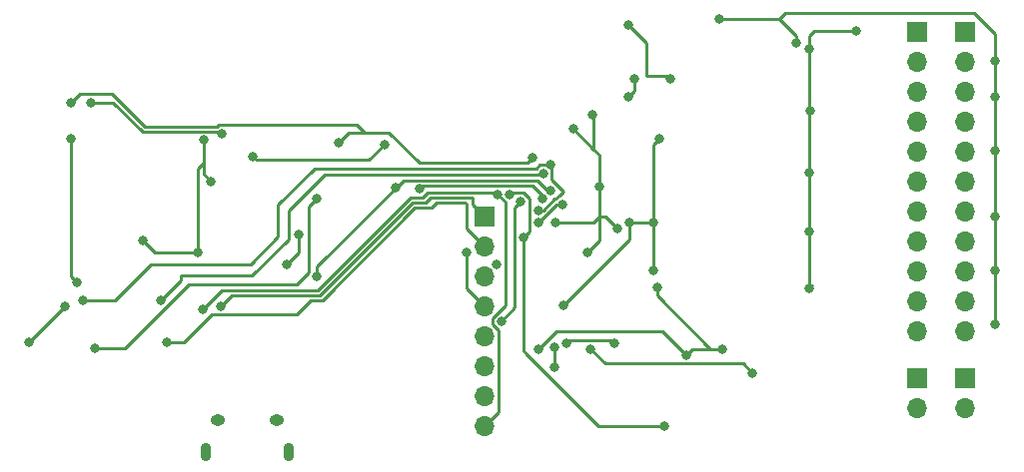
<source format=gbr>
%TF.GenerationSoftware,KiCad,Pcbnew,7.0.2-0*%
%TF.CreationDate,2024-01-09T14:06:18-05:00*%
%TF.ProjectId,Monolith,4d6f6e6f-6c69-4746-982e-6b696361645f,rev?*%
%TF.SameCoordinates,Original*%
%TF.FileFunction,Copper,L2,Bot*%
%TF.FilePolarity,Positive*%
%FSLAX46Y46*%
G04 Gerber Fmt 4.6, Leading zero omitted, Abs format (unit mm)*
G04 Created by KiCad (PCBNEW 7.0.2-0) date 2024-01-09 14:06:18*
%MOMM*%
%LPD*%
G01*
G04 APERTURE LIST*
%TA.AperFunction,ComponentPad*%
%ADD10R,1.700000X1.700000*%
%TD*%
%TA.AperFunction,ComponentPad*%
%ADD11O,1.700000X1.700000*%
%TD*%
%TA.AperFunction,ComponentPad*%
%ADD12O,0.890000X1.550000*%
%TD*%
%TA.AperFunction,ComponentPad*%
%ADD13O,1.250000X0.950000*%
%TD*%
%TA.AperFunction,ViaPad*%
%ADD14C,0.800000*%
%TD*%
%TA.AperFunction,Conductor*%
%ADD15C,0.250000*%
%TD*%
G04 APERTURE END LIST*
D10*
%TO.P,J7,1,Pin_1*%
%TO.N,/DIN*%
X218948000Y-142748000D03*
D11*
%TO.P,J7,2,Pin_2*%
%TO.N,/DOUT*%
X218948000Y-145288000D03*
%TO.P,J7,3,Pin_3*%
%TO.N,+3V3*%
X218948000Y-147828000D03*
%TO.P,J7,4,Pin_4*%
%TO.N,/GPIO1*%
X218948000Y-150368000D03*
%TO.P,J7,5,Pin_5*%
%TO.N,/CS*%
X218948000Y-152908000D03*
%TO.P,J7,6,Pin_6*%
%TO.N,GND*%
X218948000Y-155448000D03*
%TO.P,J7,7,Pin_7*%
%TO.N,/DRDY*%
X218948000Y-157988000D03*
%TO.P,J7,8,Pin_8*%
%TO.N,/SCLK*%
X218948000Y-160528000D03*
%TD*%
D10*
%TO.P,J2,1,Pin_1*%
%TO.N,/AGND*%
X255616000Y-127092000D03*
D11*
%TO.P,J2,2,Pin_2*%
%TO.N,/BIAS*%
X255616000Y-129632000D03*
%TO.P,J2,3,Pin_3*%
%TO.N,/1N*%
X255616000Y-132172000D03*
%TO.P,J2,4,Pin_4*%
%TO.N,/2N*%
X255616000Y-134712000D03*
%TO.P,J2,5,Pin_5*%
%TO.N,/3N*%
X255616000Y-137252000D03*
%TO.P,J2,6,Pin_6*%
%TO.N,/4N*%
X255616000Y-139792000D03*
%TO.P,J2,7,Pin_7*%
%TO.N,/5N*%
X255616000Y-142332000D03*
%TO.P,J2,8,Pin_8*%
%TO.N,/6N*%
X255616000Y-144872000D03*
%TO.P,J2,9,Pin_9*%
%TO.N,/7N*%
X255616000Y-147412000D03*
%TO.P,J2,10,Pin_10*%
%TO.N,/8N*%
X255616000Y-149952000D03*
%TO.P,J2,11,Pin_11*%
%TO.N,/SRB1*%
X255616000Y-152492000D03*
%TD*%
D12*
%TO.P,J1,6,Shield*%
%TO.N,GND*%
X195352000Y-162720000D03*
D13*
X196352000Y-160020000D03*
X201352000Y-160020000D03*
D12*
X202352000Y-162720000D03*
%TD*%
D10*
%TO.P,J3,1,Pin_1*%
%TO.N,/AGND*%
X259680000Y-127092000D03*
D11*
%TO.P,J3,2,Pin_2*%
%TO.N,/BIAS*%
X259680000Y-129632000D03*
%TO.P,J3,3,Pin_3*%
%TO.N,/1P*%
X259680000Y-132172000D03*
%TO.P,J3,4,Pin_4*%
%TO.N,/2P*%
X259680000Y-134712000D03*
%TO.P,J3,5,Pin_5*%
%TO.N,/3P*%
X259680000Y-137252000D03*
%TO.P,J3,6,Pin_6*%
%TO.N,/4P*%
X259680000Y-139792000D03*
%TO.P,J3,7,Pin_7*%
%TO.N,/5P*%
X259680000Y-142332000D03*
%TO.P,J3,8,Pin_8*%
%TO.N,/6P*%
X259680000Y-144872000D03*
%TO.P,J3,9,Pin_9*%
%TO.N,/7P*%
X259680000Y-147412000D03*
%TO.P,J3,10,Pin_10*%
%TO.N,/8P*%
X259680000Y-149952000D03*
%TO.P,J3,11,Pin_11*%
%TO.N,/SRB2*%
X259680000Y-152492000D03*
%TD*%
D10*
%TO.P,J5,1,Pin_1*%
%TO.N,/AVSS*%
X255616000Y-156464000D03*
D11*
%TO.P,J5,2,Pin_2*%
X255616000Y-159004000D03*
%TD*%
D10*
%TO.P,J4,1,Pin_1*%
%TO.N,/AVDD*%
X259680000Y-156464000D03*
D11*
%TO.P,J4,2,Pin_2*%
X259680000Y-159004000D03*
%TD*%
D14*
%TO.N,GNDA*%
X245364000Y-128016000D03*
X262220000Y-132588000D03*
X225911000Y-153492000D03*
X229975000Y-153492000D03*
X224895000Y-155524000D03*
X262220000Y-129540000D03*
X262220000Y-147320000D03*
X262220000Y-151892000D03*
X262220000Y-137160000D03*
X224895000Y-153843500D03*
X238852000Y-125984000D03*
X262220000Y-142748000D03*
%TO.N,/INSRB1*%
X246471999Y-139030001D03*
X246472000Y-148844000D03*
X246509472Y-133765972D03*
X246488690Y-144070842D03*
X250444000Y-127000000D03*
X246472000Y-128524000D03*
%TO.N,Net-(U1-VCAP1)*%
X231140000Y-132588000D03*
X231648000Y-131064000D03*
%TO.N,/AVSS*%
X231140000Y-126518150D03*
X234696000Y-131064000D03*
%TO.N,+3V3*%
X222212500Y-144581408D03*
X183896000Y-133096000D03*
X223520000Y-154000000D03*
X234188000Y-160528000D03*
X233555500Y-148768500D03*
X236071000Y-154508000D03*
X219972953Y-146820953D03*
X204724000Y-141224000D03*
X221065511Y-140874500D03*
X223012000Y-137802378D03*
X239119000Y-154000000D03*
X185928000Y-153924000D03*
X206533217Y-136500256D03*
%TO.N,GND*%
X228689500Y-140208000D03*
X189992000Y-144780000D03*
X226456230Y-135331769D03*
X224946851Y-143296550D03*
X195770852Y-139786374D03*
X228092000Y-134112000D03*
X211428000Y-140319973D03*
X204724000Y-147828000D03*
X224534834Y-140557500D03*
X227676000Y-145796000D03*
X195138680Y-136295155D03*
X194596352Y-145796000D03*
X230216000Y-143764000D03*
%TO.N,/DIN*%
X196596000Y-150368000D03*
%TO.N,/CS*%
X223893966Y-139166473D03*
X221996000Y-141515500D03*
X220364333Y-151638000D03*
X191516000Y-149860000D03*
%TO.N,/DOUT*%
X225552000Y-141732000D03*
X192019701Y-153411701D03*
X223520000Y-143256000D03*
%TO.N,/DRDY*%
X223839507Y-141275499D03*
X185553473Y-133096000D03*
X199312451Y-137668000D03*
X210445473Y-136652000D03*
X213412951Y-140424500D03*
X196682322Y-135713616D03*
X183896000Y-136144000D03*
X184404000Y-148336000D03*
%TO.N,/AVDD*%
X225617550Y-150335469D03*
X233264000Y-143256000D03*
X233772000Y-136144000D03*
X231189500Y-143256000D03*
X241659000Y-156032000D03*
X227943000Y-154000000D03*
X233264000Y-147320000D03*
%TO.N,Net-(U12-GPIO0{slash}BOOT)*%
X180340000Y-153416000D03*
X183383701Y-150363701D03*
%TO.N,VBUS*%
X203200000Y-144272000D03*
X202184000Y-146812000D03*
%TO.N,/GPIO1*%
X184912000Y-149860000D03*
X217424000Y-145796000D03*
X224536500Y-138400868D03*
X223515701Y-142235701D03*
%TO.N,/SCLK*%
X195072000Y-150618000D03*
X220040494Y-140874500D03*
%TD*%
D15*
%TO.N,GNDA*%
X262220000Y-147320000D02*
X262220000Y-151892000D01*
X243932000Y-125984000D02*
X238852000Y-125984000D01*
X262220000Y-132588000D02*
X262220000Y-137160000D01*
X262220000Y-137160000D02*
X262220000Y-142240000D01*
X244449000Y-125467000D02*
X243932000Y-125984000D01*
X229758000Y-153275000D02*
X229975000Y-153492000D01*
X224895000Y-155524000D02*
X224895000Y-153843500D01*
X262220000Y-129540000D02*
X262220000Y-132588000D01*
X262220000Y-129540000D02*
X262220000Y-127282000D01*
X245364000Y-127416000D02*
X243932000Y-125984000D01*
X262220000Y-142748000D02*
X262220000Y-147320000D01*
X226128000Y-153275000D02*
X229758000Y-153275000D01*
X225911000Y-153492000D02*
X226128000Y-153275000D01*
X260405000Y-125467000D02*
X244449000Y-125467000D01*
X245364000Y-128016000D02*
X245364000Y-127416000D01*
X262220000Y-127282000D02*
X260405000Y-125467000D01*
X262220000Y-142240000D02*
X262220000Y-142748000D01*
%TO.N,/INSRB1*%
X246488690Y-148827310D02*
X246472000Y-148844000D01*
X246689000Y-148627000D02*
X246472000Y-148844000D01*
X246471999Y-139030001D02*
X246471999Y-144054151D01*
X246472000Y-129032000D02*
X246472000Y-127416000D01*
X246472000Y-133803444D02*
X246509472Y-133765972D01*
X246471999Y-139030001D02*
X246472000Y-133803444D01*
X246488690Y-144070842D02*
X246488690Y-148827310D01*
X246888000Y-127000000D02*
X250444000Y-127000000D01*
X246472000Y-129032000D02*
X246472000Y-133728500D01*
X246472000Y-128524000D02*
X246472000Y-129032000D01*
X246471999Y-144054151D02*
X246488690Y-144070842D01*
X246472000Y-133728500D02*
X246509472Y-133765972D01*
X246472000Y-127416000D02*
X246888000Y-127000000D01*
%TO.N,Net-(U1-VCAP1)*%
X231648000Y-131064000D02*
X231648000Y-132080000D01*
X231648000Y-132080000D02*
X231140000Y-132588000D01*
%TO.N,/AVSS*%
X231140000Y-126518150D02*
X232664000Y-128042150D01*
X234504809Y-130872809D02*
X234696000Y-131064000D01*
X232664000Y-130872809D02*
X234504809Y-130872809D01*
X232664000Y-128042150D02*
X232664000Y-130872809D01*
%TO.N,+3V3*%
X208140616Y-134988616D02*
X196382017Y-134988616D01*
X188477305Y-153924000D02*
X185928000Y-153924000D01*
X184621000Y-132371000D02*
X183896000Y-133096000D01*
X196382017Y-134988616D02*
X196250478Y-135120155D01*
X239119000Y-154000000D02*
X238103000Y-154000000D01*
X221065511Y-140874500D02*
X221224011Y-140716000D01*
X225552000Y-152476000D02*
X225044000Y-152476000D01*
X225044000Y-152476000D02*
X223520000Y-154000000D01*
X213418000Y-138234000D02*
X210820000Y-135636000D01*
X210820000Y-135636000D02*
X208788000Y-135636000D01*
X233555500Y-149452500D02*
X238103000Y-154000000D01*
X190129223Y-135120155D02*
X187380068Y-132371000D01*
X208788000Y-135636000D02*
X207397473Y-135636000D01*
X193848305Y-148553000D02*
X188477305Y-153924000D01*
X222721000Y-141215195D02*
X222721000Y-144072908D01*
X221065511Y-140874500D02*
X221038000Y-140902011D01*
X187380068Y-132371000D02*
X184621000Y-132371000D01*
X222212500Y-154140500D02*
X222504000Y-154432000D01*
X221224011Y-140716000D02*
X222221805Y-140716000D01*
X196250478Y-135120155D02*
X190129223Y-135120155D01*
X236071000Y-154508000D02*
X234039000Y-152476000D01*
X233555500Y-148768500D02*
X233555500Y-149452500D01*
X207397473Y-135636000D02*
X206533217Y-136500256D01*
X202992305Y-148553000D02*
X193848305Y-148553000D01*
X234039000Y-152476000D02*
X225552000Y-152476000D01*
X222212500Y-144581408D02*
X222212500Y-154140500D01*
X222504000Y-154432000D02*
X228600000Y-160528000D01*
X222580378Y-138234000D02*
X213418000Y-138234000D01*
X204034079Y-141913921D02*
X204034079Y-147511226D01*
X204724000Y-141224000D02*
X204034079Y-141913921D01*
X222721000Y-144072908D02*
X222212500Y-144581408D01*
X208788000Y-135636000D02*
X208140616Y-134988616D01*
X238103000Y-154000000D02*
X236579000Y-154000000D01*
X223012000Y-137802378D02*
X222580378Y-138234000D01*
X219972953Y-146820953D02*
X220123000Y-146670906D01*
X228600000Y-160528000D02*
X234188000Y-160528000D01*
X204034079Y-147511226D02*
X202992305Y-148553000D01*
X222221805Y-140716000D02*
X222721000Y-141215195D01*
X236579000Y-154000000D02*
X236071000Y-154508000D01*
%TO.N,GND*%
X224946851Y-143296550D02*
X228143450Y-143296550D01*
X228692000Y-144780000D02*
X228692000Y-142748000D01*
X194596352Y-138718328D02*
X195138680Y-138176000D01*
X228689500Y-137565039D02*
X228689500Y-140208000D01*
X228143450Y-143296550D02*
X228692000Y-142748000D01*
X195770852Y-139786374D02*
X195138680Y-139154202D01*
X194596352Y-145796000D02*
X191008000Y-145796000D01*
X229200000Y-142748000D02*
X230216000Y-143764000D01*
X228692000Y-140208000D02*
X228689500Y-140208000D01*
X223402188Y-139700000D02*
X224259688Y-140557500D01*
X195138680Y-139154202D02*
X195138680Y-138176000D01*
X228188231Y-137063769D02*
X228689500Y-137565039D01*
X204724000Y-147023973D02*
X212047973Y-139700000D01*
X204724000Y-147828000D02*
X204724000Y-147023973D01*
X226456230Y-135331769D02*
X228188231Y-137063769D01*
X191008000Y-145796000D02*
X189992000Y-144780000D01*
X224259688Y-140557500D02*
X224534834Y-140557500D01*
X228692000Y-142748000D02*
X229200000Y-142748000D01*
X194596352Y-145796000D02*
X194596352Y-138718328D01*
X228188231Y-137063769D02*
X228188231Y-134208231D01*
X212047973Y-139700000D02*
X223402188Y-139700000D01*
X228692000Y-142748000D02*
X228692000Y-140208000D01*
X228188231Y-134208231D02*
X228092000Y-134112000D01*
X227676000Y-145796000D02*
X228692000Y-144780000D01*
X195138680Y-138176000D02*
X195138680Y-136295155D01*
%TO.N,/DIN*%
X212856104Y-141599500D02*
X205002604Y-149453000D01*
X214333152Y-141166000D02*
X213899652Y-141599500D01*
X218948000Y-142748000D02*
X217932000Y-141732000D01*
X217932000Y-141166000D02*
X214333152Y-141166000D01*
X217932000Y-141732000D02*
X217932000Y-141166000D01*
X213899652Y-141599500D02*
X212856104Y-141599500D01*
X197511000Y-149453000D02*
X196596000Y-150368000D01*
X205002604Y-149453000D02*
X197511000Y-149453000D01*
%TO.N,/CS*%
X193209636Y-147791837D02*
X199233310Y-147791837D01*
X221488000Y-150514333D02*
X220364333Y-151638000D01*
X221488000Y-142023500D02*
X221488000Y-150514333D01*
X205402810Y-139192000D02*
X202317473Y-142277337D01*
X202317473Y-142277337D02*
X202317473Y-144707674D01*
X221996000Y-141515500D02*
X221488000Y-142023500D01*
X193209636Y-148166364D02*
X193209636Y-147791837D01*
X191516000Y-149860000D02*
X193209636Y-148166364D01*
X202317473Y-144707674D02*
X199233310Y-147791837D01*
X223893966Y-139166473D02*
X223868439Y-139192000D01*
X223868439Y-139192000D02*
X205402810Y-139192000D01*
%TO.N,/DOUT*%
X217308000Y-141616000D02*
X214884000Y-141616000D01*
X214884000Y-141616000D02*
X214450500Y-142049500D01*
X193478298Y-153411701D02*
X192019701Y-153411701D01*
X213042500Y-142049500D02*
X205189000Y-149903000D01*
X217424000Y-143764000D02*
X217424000Y-141732000D01*
X205189000Y-149903000D02*
X204216000Y-149903000D01*
X195796999Y-151093000D02*
X193478298Y-153411701D01*
X214450500Y-142049500D02*
X213042500Y-142049500D01*
X225044000Y-141732000D02*
X225552000Y-141732000D01*
X204216000Y-149903000D02*
X203026000Y-151093000D01*
X217424000Y-141732000D02*
X217308000Y-141616000D01*
X223520000Y-143256000D02*
X225044000Y-141732000D01*
X203026000Y-151093000D02*
X195796999Y-151093000D01*
X218948000Y-145288000D02*
X217424000Y-143764000D01*
%TO.N,/DRDY*%
X196682322Y-135713616D02*
X196538861Y-135570155D01*
X183896000Y-147828000D02*
X184404000Y-148336000D01*
X189942827Y-135570155D02*
X187468672Y-133096000D01*
X196538861Y-135570155D02*
X189942827Y-135570155D01*
X209126099Y-137971374D02*
X199615825Y-137971374D01*
X213687451Y-140150000D02*
X213412951Y-140424500D01*
X187468672Y-133096000D02*
X185553473Y-133096000D01*
X223839507Y-141275499D02*
X223839507Y-141026202D01*
X183896000Y-136144000D02*
X183896000Y-147828000D01*
X210445473Y-136652000D02*
X209126099Y-137971374D01*
X199615825Y-137971374D02*
X199312451Y-137668000D01*
X223839507Y-141026202D02*
X222963305Y-140150000D01*
X222963305Y-140150000D02*
X213687451Y-140150000D01*
%TO.N,/AVDD*%
X233264000Y-143256000D02*
X231189500Y-143256000D01*
X233264000Y-136652000D02*
X233772000Y-136144000D01*
X227943000Y-154000000D02*
X229176000Y-155233000D01*
X225617550Y-150335469D02*
X231189500Y-144763519D01*
X233264000Y-147320000D02*
X233264000Y-136652000D01*
X231189500Y-144763519D02*
X231189500Y-143256000D01*
X229176000Y-155233000D02*
X240860000Y-155233000D01*
X240860000Y-155233000D02*
X241659000Y-156032000D01*
%TO.N,Net-(U12-GPIO0{slash}BOOT)*%
X183383701Y-150372299D02*
X183383701Y-150363701D01*
X180340000Y-153416000D02*
X183383701Y-150372299D01*
%TO.N,VBUS*%
X202184000Y-146812000D02*
X203200000Y-145796000D01*
X203200000Y-145796000D02*
X203200000Y-144272000D01*
%TO.N,/GPIO1*%
X225251695Y-141007000D02*
X224976695Y-141282000D01*
X225261000Y-141007000D02*
X225251695Y-141007000D01*
X190633473Y-146812000D02*
X187585473Y-149860000D01*
X201448275Y-144500432D02*
X199136707Y-146812000D01*
X224976695Y-141282000D02*
X224858311Y-141282000D01*
X224618966Y-138483334D02*
X224618966Y-139617034D01*
X224858311Y-141282000D02*
X223904610Y-142235701D01*
X223634266Y-138400868D02*
X223351134Y-138684000D01*
X204547481Y-138684000D02*
X201448275Y-141783206D01*
X225634966Y-140633035D02*
X225261000Y-141007000D01*
X224536500Y-138400868D02*
X223634266Y-138400868D01*
X199136707Y-146812000D02*
X190633473Y-146812000D01*
X224536500Y-138400868D02*
X224618966Y-138483334D01*
X223904610Y-142235701D02*
X223515701Y-142235701D01*
X224618966Y-139617034D02*
X225634966Y-140633035D01*
X187585473Y-149860000D02*
X184912000Y-149860000D01*
X223351134Y-138684000D02*
X204547481Y-138684000D01*
X218948000Y-150368000D02*
X217424000Y-148844000D01*
X217424000Y-148844000D02*
X217424000Y-145796000D01*
X201448275Y-141783206D02*
X201448275Y-144500432D01*
%TO.N,/SCLK*%
X219589465Y-151388236D02*
X220697953Y-150279748D01*
X196687000Y-149003000D02*
X204816208Y-149003000D01*
X220697953Y-150279748D02*
X220697953Y-141531959D01*
X204816208Y-149003000D02*
X212669708Y-141149500D01*
X214146756Y-140716000D02*
X219881994Y-140716000D01*
X213713256Y-141149500D02*
X214146756Y-140716000D01*
X195072000Y-150618000D02*
X196687000Y-149003000D01*
X220123000Y-152421299D02*
X219589465Y-151887764D01*
X220123000Y-159353000D02*
X220123000Y-152421299D01*
X219589465Y-151887764D02*
X219589465Y-151388236D01*
X218948000Y-160528000D02*
X220123000Y-159353000D01*
X219881994Y-140716000D02*
X220040494Y-140874500D01*
X220697953Y-141531959D02*
X220040494Y-140874500D01*
X212669708Y-141149500D02*
X213713256Y-141149500D01*
%TD*%
M02*

</source>
